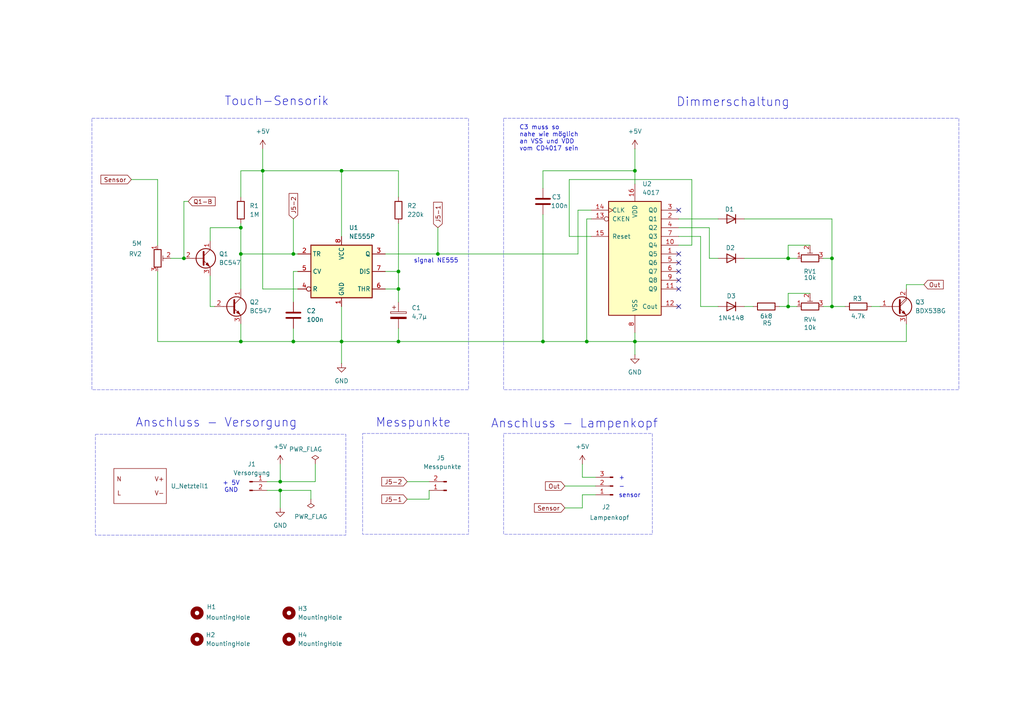
<source format=kicad_sch>
(kicad_sch (version 20250114) (generator "eeschema") (generator_version "9.0")
  (paper "A4")
  (title_block (title "HTLight") (date "2026-01-30") (rev "5.0") (company "HTL-Steyr") (comment 1 "Konstantin Schwödiauer") (comment 2 "Fabian Lenhart") (comment 3 "Thomas Zeiler") (comment 4 "Michael Wittner"))
  (lib_symbols
    (symbol "4xxx:4017" (pin_names (offset 1.016))
      (property "Reference" "U" (at -7.62 16.51 0))
      (property "Value" "4017" (at -7.62 -19.05 0))
      (symbol "4017_1_0"
        (pin input clock (at -12.7 12.7 0) (length 5.08) (name "CLK") (number "14"))
        (pin input inverted (at -12.7 10.16 0) (length 5.08) (name "CKEN") (number "13"))
        (pin input line (at -12.7 5.08 0) (length 5.08) (name "Reset") (number "15"))
        (pin power_in line (at 0 20.32 270) (length 5.08) (name "VDD") (number "16"))
        (pin power_in line (at 0 -22.86 90) (length 5.08) (name "VSS") (number "8"))
        (pin output line (at 12.7 12.7 180) (length 5.08) (name "Q0") (number "3"))
        (pin output line (at 12.7 10.16 180) (length 5.08) (name "Q1") (number "2"))
        (pin output line (at 12.7 7.62 180) (length 5.08) (name "Q2") (number "4"))
        (pin output line (at 12.7 5.08 180) (length 5.08) (name "Q3") (number "7"))
        (pin output line (at 12.7 2.54 180) (length 5.08) (name "Q4") (number "10"))
        (pin output line (at 12.7 0 180) (length 5.08) (name "Q5") (number "1"))
        (pin output line (at 12.7 -2.54 180) (length 5.08) (name "Q6") (number "5"))
        (pin output line (at 12.7 -5.08 180) (length 5.08) (name "Q7") (number "6"))
        (pin output line (at 12.7 -7.62 180) (length 5.08) (name "Q8") (number "9"))
        (pin output line (at 12.7 -10.16 180) (length 5.08) (name "Q9") (number "11"))
        (pin output line (at 12.7 -15.24 180) (length 5.08) (name "Cout") (number "12"))
      )
      (symbol "4017_1_1"
        (rectangle (start -7.62 15.24) (end 7.62 -17.78) (stroke (width 0.254)) (fill (type background)))
      )
    )
    (symbol "Connector:Conn_01x02_Pin" (pin_names (offset 1.016) (hide yes))
      (property "Reference" "J" (at 0 2.54 0))
      (property "Value" "Conn_01x02_Pin" (at 0 -5.08 0))
      (symbol "Conn_01x02_Pin_1_1"
        (rectangle (start 0.8636 0.127) (end 0 -0.127) (stroke (width 0.1524)) (fill (type outline)))
        (rectangle (start 0.8636 -2.413) (end 0 -2.667) (stroke (width 0.1524)) (fill (type outline)))
        (polyline (pts (xy 1.27 0) (xy 0.8636 0)) (stroke (width 0.1524)))
        (polyline (pts (xy 1.27 -2.54) (xy 0.8636 -2.54)) (stroke (width 0.1524)))
        (pin passive line (at 5.08 0 180) (length 3.81) (name "Pin_1") (number "1"))
        (pin passive line (at 5.08 -2.54 180) (length 3.81) (name "Pin_2") (number "2"))
      )
    )
    (symbol "Connector:Conn_01x03_Pin" (pin_names (offset 1.016) (hide yes))
      (property "Reference" "J" (at 0 5.08 0))
      (property "Value" "Conn_01x03_Pin" (at 0 -5.08 0))
      (symbol "Conn_01x03_Pin_1_1"
        (rectangle (start 0.8636 2.667) (end 0 2.413) (stroke (width 0.1524)) (fill (type outline)))
        (rectangle (start 0.8636 0.127) (end 0 -0.127) (stroke (width 0.1524)) (fill (type outline)))
        (rectangle (start 0.8636 -2.413) (end 0 -2.667) (stroke (width 0.1524)) (fill (type outline)))
        (polyline (pts (xy 1.27 2.54) (xy 0.8636 2.54)) (stroke (width 0.1524)))
        (polyline (pts (xy 1.27 0) (xy 0.8636 0)) (stroke (width 0.1524)))
        (polyline (pts (xy 1.27 -2.54) (xy 0.8636 -2.54)) (stroke (width 0.1524)))
        (pin passive line (at 5.08 2.54 180) (length 3.81) (name "Pin_1") (number "1"))
        (pin passive line (at 5.08 0 180) (length 3.81) (name "Pin_2") (number "2"))
        (pin passive line (at 5.08 -2.54 180) (length 3.81) (name "Pin_3") (number "3"))
      )
    )
    (symbol "Device:C" (pin_numbers (hide yes)) (pin_names (offset 0.254))
      (property "Reference" "C" (at 0.635 2.54 0))
      (property "Value" "C" (at 0.635 -2.54 0))
      (symbol "C_0_1"
        (polyline (pts (xy -2.032 0.762) (xy 2.032 0.762)) (stroke (width 0.508)))
        (polyline (pts (xy -2.032 -0.762) (xy 2.032 -0.762)) (stroke (width 0.508)))
      )
      (symbol "C_1_1"
        (pin passive line (at 0 3.81 270) (length 2.794) (name "~") (number "1"))
        (pin passive line (at 0 -3.81 90) (length 2.794) (name "~") (number "2"))
      )
    )
    (symbol "Device:C_Polarized" (pin_numbers (hide yes)) (pin_names (offset 0.254))
      (property "Reference" "C" (at 0.635 2.54 0))
      (property "Value" "C_Polarized" (at 0.635 -2.54 0))
      (symbol "C_Polarized_0_1"
        (rectangle (start -2.286 0.508) (end 2.286 1.016))
        (polyline (pts (xy -1.778 2.286) (xy -0.762 2.286)))
        (polyline (pts (xy -1.27 2.794) (xy -1.27 1.778)))
        (rectangle (start 2.286 -0.508) (end -2.286 -1.016) (fill (type outline)))
      )
      (symbol "C_Polarized_1_1"
        (pin passive line (at 0 3.81 270) (length 2.794) (name "~") (number "1"))
        (pin passive line (at 0 -3.81 90) (length 2.794) (name "~") (number "2"))
      )
    )
    (symbol "Device:R" (pin_numbers (hide yes)) (pin_names (offset 0))
      (property "Reference" "R" (at 2.032 0 90))
      (property "Value" "R" (at 0 0 90))
      (symbol "R_0_1"
        (rectangle (start -1.016 -2.54) (end 1.016 2.54) (stroke (width 0.254)))
      )
      (symbol "R_1_1"
        (pin passive line (at 0 3.81 270) (length 1.27) (name "~") (number "1"))
        (pin passive line (at 0 -3.81 90) (length 1.27) (name "~") (number "2"))
      )
    )
    (symbol "Device:R_Potentiometer_Trim" (pin_names (offset 1.016) (hide yes))
      (property "Reference" "RV" (at -4.445 0 90))
      (property "Value" "R_Potentiometer_Trim" (at -2.54 0 90))
      (symbol "R_Potentiometer_Trim_0_1"
        (rectangle (start 1.016 2.54) (end -1.016 -2.54) (stroke (width 0.254)))
        (polyline (pts (xy 1.524 0.762) (xy 1.524 -0.762)))
        (polyline (pts (xy 2.54 0) (xy 1.524 0)))
      )
      (symbol "R_Potentiometer_Trim_1_1"
        (pin passive line (at 0 3.81 270) (length 1.27) (name "1") (number "1"))
        (pin passive line (at 0 -3.81 90) (length 1.27) (name "3") (number "3"))
        (pin passive line (at 3.81 0 180) (length 1.27) (name "2") (number "2"))
      )
    )
    (symbol "Diode:1N4148" (pin_numbers (hide yes)) (pin_names (hide yes))
      (property "Reference" "D" (at 0 2.54 0))
      (property "Value" "1N4148" (at 0 -2.54 0))
      (symbol "1N4148_0_1"
        (polyline (pts (xy -1.27 1.27) (xy -1.27 -1.27)) (stroke (width 0.254)))
        (polyline (pts (xy 1.27 1.27) (xy 1.27 -1.27) (xy -1.27 0) (xy 1.27 1.27)) (stroke (width 0.254)))
        (polyline (pts (xy 1.27 0) (xy -1.27 0)))
      )
      (symbol "1N4148_1_1"
        (pin passive line (at -3.81 0 0) (length 2.54) (name "K") (number "1"))
        (pin passive line (at 3.81 0 180) (length 2.54) (name "A") (number "2"))
      )
    )
    (symbol "Mechanical:MountingHole" (pin_names (offset 1.016)) (in_bom no)
      (property "Reference" "H" (at 0 5.08 0))
      (property "Value" "MountingHole" (at 0 3.175 0))
      (symbol "MountingHole_0_1"
        (circle (center 0 0) (radius 1.27) (stroke (width 1.27)))
      )
    )
    (symbol "Recom_Netzteil_Symbol:Recom_Netzteil"
      (property "Reference" "U" (at 0 0 0))
      (symbol "Recom_Netzteil_0_1"
        (rectangle (start -7.62 5.08) (end 7.62 -5.08))
      )
      (symbol "Recom_Netzteil_1_1"
        (text "N\n\nL\n" (at -6.096 0 0) (effects (font (size 1.27 1.27))))
        (text "V+\n\nV-\n" (at 5.588 0 0) (effects (font (size 1.27 1.27))))
      )
    )
    (symbol "Timer:NE555P"
      (property "Reference" "U" (at -10.16 8.89 0))
      (property "Value" "NE555P" (at 2.54 8.89 0))
      (symbol "NE555P_0_0"
        (pin power_in line (at 0 10.16 270) (length 2.54) (name "VCC") (number "8"))
        (pin power_in line (at 0 -10.16 90) (length 2.54) (name "GND") (number "1"))
      )
      (symbol "NE555P_0_1"
        (rectangle (start -8.89 -7.62) (end 8.89 7.62) (stroke (width 0.254)) (fill (type background)))
        (rectangle (start -8.89 -7.62) (end 8.89 7.62) (stroke (width 0.254)) (fill (type background)))
      )
      (symbol "NE555P_1_1"
        (pin input line (at -12.7 5.08 0) (length 3.81) (name "TR") (number "2"))
        (pin input line (at -12.7 0 0) (length 3.81) (name "CV") (number "5"))
        (pin input inverted (at -12.7 -5.08 0) (length 3.81) (name "R") (number "4"))
        (pin output line (at 12.7 5.08 180) (length 3.81) (name "Q") (number "3"))
        (pin input line (at 12.7 0 180) (length 3.81) (name "DIS") (number "7"))
        (pin input line (at 12.7 -5.08 180) (length 3.81) (name "THR") (number "6"))
      )
    )
    (symbol "Transistor_BJT:BC547" (pin_names (offset 0) (hide yes))
      (property "Reference" "Q" (at 5.08 1.905 0))
      (property "Value" "BC547" (at 5.08 0 0))
      (symbol "BC547_0_1"
        (polyline (pts (xy -2.54 0) (xy 0.635 0)))
        (polyline (pts (xy 0.635 1.905) (xy 0.635 -1.905)) (stroke (width 0.508)))
        (circle (center 1.27 0) (radius 2.8194) (stroke (width 0.254)))
      )
      (symbol "BC547_1_1"
        (polyline (pts (xy 0.635 0.635) (xy 2.54 2.54)))
        (polyline (pts (xy 0.635 -0.635) (xy 2.54 -2.54)))
        (polyline (pts (xy 1.27 -1.778) (xy 1.778 -1.27) (xy 2.286 -2.286) (xy 1.27 -1.778)) (fill (type outline)))
        (pin input line (at -5.08 0 0) (length 2.54) (name "B") (number "2"))
        (pin passive line (at 2.54 5.08 270) (length 2.54) (name "C") (number "1"))
        (pin passive line (at 2.54 -5.08 90) (length 2.54) (name "E") (number "3"))
      )
    )
    (symbol "Transistor_BJT:Q_NPN_Darlington_BCE" (pin_names (offset 0) (hide yes))
      (property "Reference" "Q" (at 4.572 1.27 0))
      (property "Value" "Q_NPN_Darlington_BCE" (at 4.572 -1.27 0))
      (symbol "Q_NPN_Darlington_BCE_0_1"
        (polyline (pts (xy -2.54 0) (xy 0.635 0)))
        (polyline (pts (xy 0.635 1.905) (xy 0.635 -1.905)) (stroke (width 0.508)))
        (polyline (pts (xy 0.635 0) (xy 2.54 1.905) (xy 2.54 2.54)))
        (circle (center 1.27 0) (radius 2.8194) (stroke (width 0.254)))
      )
      (symbol "Q_NPN_Darlington_BCE_1_1"
        (polyline (pts (xy 0.635 0.635) (xy 2.54 2.54)))
        (polyline (pts (xy 0.635 -0.635) (xy 2.54 -2.54)))
        (polyline (pts (xy 1.27 -1.778) (xy 1.778 -1.27) (xy 2.286 -2.286) (xy 1.27 -1.778)) (fill (type outline)))
        (pin input line (at -5.08 0 0) (length 2.54) (name "B") (number "1"))
        (pin passive line (at 2.54 5.08 270) (length 2.54) (name "C") (number "2"))
        (pin passive line (at 2.54 -5.08 90) (length 2.54) (name "E") (number "3"))
      )
    )
    (symbol "power:+5V" (power) (pin_numbers (hide yes)) (pin_names (offset 0) (hide yes))
      (property "Value" "+5V" (at 0 3.556 0))
      (symbol "+5V_0_1"
        (polyline (pts (xy -0.762 1.27) (xy 0 2.54)))
        (polyline (pts (xy 0 2.54) (xy 0.762 1.27)))
        (polyline (pts (xy 0 0) (xy 0 2.54)))
      )
      (symbol "+5V_1_1"
        (pin power_in line (at 0 0 90) (length 0) (name "~") (number "1"))
      )
    )
    (symbol "power:GND" (power) (pin_numbers (hide yes)) (pin_names (offset 0) (hide yes))
      (property "Value" "GND" (at 0 -3.81 0))
      (symbol "GND_0_1"
        (polyline (pts (xy 0 0) (xy 0 -1.27) (xy 1.27 -1.27) (xy 0 -2.54) (xy -1.27 -1.27) (xy 0 -1.27)))
      )
      (symbol "GND_1_1"
        (pin power_in line (at 0 0 270) (length 0) (name "~") (number "1"))
      )
    )
    (symbol "power:PWR_FLAG" (power) (pin_numbers (hide yes)) (pin_names (offset 0) (hide yes))
      (property "Value" "PWR_FLAG" (at 0 3.81 0))
      (symbol "PWR_FLAG_0_0"
        (pin power_out line (at 0 0 90) (length 0) (name "~") (number "1"))
      )
      (symbol "PWR_FLAG_0_1"
        (polyline (pts (xy 0 0) (xy 0 1.27) (xy -1.016 1.905) (xy 0 2.54) (xy 1.016 1.905) (xy 0 1.27)))
      )
    )
  )
  (rectangle (start 146.05 34.29) (end 278.13 113.03) (stroke (width 0.0508) (type dash)))
  (rectangle (start 146.05 125.73) (end 189.23 154.94) (stroke (width 0.0508) (type dash)))
  (rectangle (start 26.67 34.29) (end 135.89 113.03) (stroke (width 0.0508) (type dash)))
  (rectangle (start 105.156 125.73) (end 135.89 154.94) (stroke (width 0.0508) (type dash)))
  (rectangle (start 27.686 125.984) (end 100.33 155.194) (stroke (width 0.0508) (type dash)))
  (text "sensor" (at 182.626 143.764 0) (effects (font (size 1.27 1.27))))
  (text "Dimmerschaltung" (at 212.598 29.718 0) (effects (font (size 2.54 2.54))))
  (text "Anschluss - Lampenkopf" (at 166.624 122.936 0) (effects (font (size 2.54 2.54))))
  (text "signal NE555" (at 126.492 75.692 0) (effects (font (size 1.27 1.27))))
  (text "+ 5V\nGND" (at 67.056 141.224 0) (effects (font (size 1.27 1.27))))
  (text "Anschluss - Versorgung" (at 62.738 122.682 0) (effects (font (size 2.54 2.54))))
  (text "-" (at 180.34 141.224 0) (effects (font (size 1.27 1.27))))
  (text "+" (at 180.34 138.684 0) (effects (font (size 1.27 1.27))))
  (text "Messpunkte" (at 119.888 122.682 0) (effects (font (size 2.54 2.54))))
  (text "C3 muss so \nnahe wie möglich \nan VSS und VDD \nvom CD4017 sein" (at 150.622 40.132 0) (effects (font (size 1.27 1.27)) (justify left)))
  (text "Touch-Sensorik" (at 80.264 29.464 0) (effects (font (size 2.54 2.54))))
  (junction (at 69.85 73.66))
  (junction (at 76.2 49.53))
  (junction (at 85.09 99.06))
  (junction (at 115.57 83.82))
  (junction (at 99.06 49.53))
  (junction (at 115.57 78.74))
  (junction (at 228.6 88.9))
  (junction (at 184.15 49.53))
  (junction (at 115.57 99.06))
  (junction (at 69.85 99.06))
  (junction (at 85.09 73.66))
  (junction (at 157.48 99.06))
  (junction (at 241.3 88.9))
  (junction (at 81.28 139.7))
  (junction (at 184.15 99.06))
  (junction (at 81.28 142.24))
  (junction (at 241.3 74.93))
  (junction (at 170.18 99.06))
  (junction (at 127 73.66))
  (junction (at 99.06 99.06))
  (junction (at 228.6 74.93))
  (junction (at 53.34 74.93))
  (junction (at 69.85 66.04))
  (no_connect (at 196.85 73.66))
  (no_connect (at 196.85 88.9))
  (no_connect (at 196.85 76.2))
  (no_connect (at 196.85 60.96))
  (no_connect (at 196.85 81.28))
  (no_connect (at 196.85 83.82))
  (no_connect (at 196.85 78.74))
  (wire (pts (xy 60.96 88.9) (xy 62.23 88.9)))
  (wire (pts (xy 45.72 99.06) (xy 69.85 99.06)))
  (wire (pts (xy 81.28 134.62) (xy 81.28 139.7)))
  (wire (pts (xy 170.18 63.5) (xy 170.18 99.06)))
  (wire (pts (xy 49.53 74.93) (xy 53.34 74.93)))
  (wire (pts (xy 184.15 96.52) (xy 184.15 99.06)))
  (wire (pts (xy 118.11 144.78) (xy 124.46 144.78)))
  (wire (pts (xy 85.09 63.5) (xy 85.09 73.66)))
  (wire (pts (xy 60.96 80.01) (xy 60.96 88.9)))
  (wire (pts (xy 241.3 88.9) (xy 245.11 88.9)))
  (wire (pts (xy 165.1 68.58) (xy 165.1 52.07)))
  (wire (pts (xy 45.72 78.74) (xy 45.72 99.06)))
  (wire (pts (xy 115.57 49.53) (xy 99.06 49.53)))
  (wire (pts (xy 168.91 143.51) (xy 172.72 143.51)))
  (wire (pts (xy 228.6 71.12) (xy 228.6 74.93)))
  (wire (pts (xy 60.96 69.85) (xy 60.96 66.04)))
  (wire (pts (xy 215.9 74.93) (xy 228.6 74.93)))
  (wire (pts (xy 69.85 64.77) (xy 69.85 66.04)))
  (wire (pts (xy 238.76 88.9) (xy 241.3 88.9)))
  (wire (pts (xy 157.48 99.06) (xy 170.18 99.06)))
  (wire (pts (xy 165.1 52.07) (xy 200.66 52.07)))
  (wire (pts (xy 203.2 68.58) (xy 196.85 68.58)))
  (wire (pts (xy 99.06 99.06) (xy 99.06 105.41)))
  (wire (pts (xy 203.2 88.9) (xy 203.2 68.58)))
  (wire (pts (xy 81.28 142.24) (xy 77.47 142.24)))
  (wire (pts (xy 90.17 144.78) (xy 90.17 142.24)))
  (wire (pts (xy 157.48 49.53) (xy 157.48 54.61)))
  (wire (pts (xy 81.28 142.24) (xy 81.28 147.32)))
  (wire (pts (xy 76.2 49.53) (xy 99.06 49.53)))
  (wire (pts (xy 99.06 49.53) (xy 99.06 68.58)))
  (wire (pts (xy 81.28 139.7) (xy 77.47 139.7)))
  (wire (pts (xy 200.66 71.12) (xy 196.85 71.12)))
  (wire (pts (xy 168.91 134.62) (xy 168.91 138.43)))
  (wire (pts (xy 171.45 68.58) (xy 165.1 68.58)))
  (wire (pts (xy 118.11 139.7) (xy 124.46 139.7)))
  (wire (pts (xy 91.44 134.62) (xy 91.44 139.7)))
  (wire (pts (xy 203.2 88.9) (xy 208.28 88.9)))
  (wire (pts (xy 228.6 88.9) (xy 231.14 88.9)))
  (wire (pts (xy 170.18 99.06) (xy 184.15 99.06)))
  (wire (pts (xy 196.85 63.5) (xy 208.28 63.5)))
  (wire (pts (xy 215.9 63.5) (xy 241.3 63.5)))
  (wire (pts (xy 228.6 88.9) (xy 228.6 85.09)))
  (wire (pts (xy 252.73 88.9) (xy 255.27 88.9)))
  (wire (pts (xy 205.74 74.93) (xy 208.28 74.93)))
  (wire (pts (xy 69.85 73.66) (xy 85.09 73.66)))
  (wire (pts (xy 228.6 85.09) (xy 234.95 85.09)))
  (wire (pts (xy 228.6 74.93) (xy 231.14 74.93)))
  (wire (pts (xy 168.91 138.43) (xy 172.72 138.43)))
  (wire (pts (xy 262.89 82.55) (xy 267.97 82.55)))
  (wire (pts (xy 81.28 142.24) (xy 90.17 142.24)))
  (wire (pts (xy 184.15 99.06) (xy 262.89 99.06)))
  (wire (pts (xy 168.91 143.51) (xy 168.91 147.32)))
  (wire (pts (xy 54.61 58.42) (xy 53.34 58.42)))
  (wire (pts (xy 226.06 88.9) (xy 228.6 88.9)))
  (wire (pts (xy 167.64 73.66) (xy 167.64 60.96)))
  (wire (pts (xy 115.57 99.06) (xy 157.48 99.06)))
  (wire (pts (xy 69.85 73.66) (xy 69.85 83.82)))
  (wire (pts (xy 205.74 66.04) (xy 196.85 66.04)))
  (wire (pts (xy 157.48 62.23) (xy 157.48 99.06)))
  (wire (pts (xy 69.85 49.53) (xy 76.2 49.53)))
  (wire (pts (xy 60.96 66.04) (xy 69.85 66.04)))
  (wire (pts (xy 115.57 83.82) (xy 115.57 78.74)))
  (wire (pts (xy 184.15 43.18) (xy 184.15 49.53)))
  (wire (pts (xy 111.76 83.82) (xy 115.57 83.82)))
  (wire (pts (xy 205.74 74.93) (xy 205.74 66.04)))
  (wire (pts (xy 200.66 52.07) (xy 200.66 71.12)))
  (wire (pts (xy 124.46 142.24) (xy 124.46 144.78)))
  (wire (pts (xy 163.83 140.97) (xy 172.72 140.97)))
  (wire (pts (xy 157.48 49.53) (xy 184.15 49.53)))
  (wire (pts (xy 85.09 95.25) (xy 85.09 99.06)))
  (wire (pts (xy 85.09 87.63) (xy 85.09 78.74)))
  (wire (pts (xy 76.2 43.18) (xy 76.2 49.53)))
  (wire (pts (xy 69.85 49.53) (xy 69.85 57.15)))
  (wire (pts (xy 127 66.04) (xy 127 73.66)))
  (wire (pts (xy 53.34 58.42) (xy 53.34 74.93)))
  (wire (pts (xy 115.57 83.82) (xy 115.57 87.63)))
  (wire (pts (xy 85.09 73.66) (xy 86.36 73.66)))
  (wire (pts (xy 171.45 60.96) (xy 167.64 60.96)))
  (wire (pts (xy 111.76 78.74) (xy 115.57 78.74)))
  (wire (pts (xy 262.89 93.98) (xy 262.89 99.06)))
  (wire (pts (xy 69.85 99.06) (xy 85.09 99.06)))
  (wire (pts (xy 69.85 66.04) (xy 69.85 73.66)))
  (wire (pts (xy 262.89 82.55) (xy 262.89 83.82)))
  (wire (pts (xy 91.44 139.7) (xy 81.28 139.7)))
  (wire (pts (xy 234.95 71.12) (xy 228.6 71.12)))
  (wire (pts (xy 86.36 83.82) (xy 76.2 83.82)))
  (wire (pts (xy 184.15 99.06) (xy 184.15 102.87)))
  (wire (pts (xy 127 73.66) (xy 167.64 73.66)))
  (wire (pts (xy 99.06 99.06) (xy 115.57 99.06)))
  (wire (pts (xy 76.2 83.82) (xy 76.2 49.53)))
  (wire (pts (xy 111.76 73.66) (xy 127 73.66)))
  (wire (pts (xy 99.06 88.9) (xy 99.06 99.06)))
  (wire (pts (xy 218.44 88.9) (xy 215.9 88.9)))
  (wire (pts (xy 238.76 74.93) (xy 241.3 74.93)))
  (wire (pts (xy 184.15 49.53) (xy 184.15 53.34)))
  (wire (pts (xy 170.18 63.5) (xy 171.45 63.5)))
  (wire (pts (xy 163.83 147.32) (xy 168.91 147.32)))
  (wire (pts (xy 115.57 57.15) (xy 115.57 49.53)))
  (wire (pts (xy 85.09 78.74) (xy 86.36 78.74)))
  (wire (pts (xy 115.57 95.25) (xy 115.57 99.06)))
  (wire (pts (xy 69.85 93.98) (xy 69.85 99.06)))
  (wire (pts (xy 241.3 74.93) (xy 241.3 88.9)))
  (wire (pts (xy 45.72 52.07) (xy 45.72 71.12)))
  (wire (pts (xy 99.06 99.06) (xy 85.09 99.06)))
  (wire (pts (xy 241.3 63.5) (xy 241.3 74.93)))
  (wire (pts (xy 115.57 78.74) (xy 115.57 64.77)))
  (wire (pts (xy 38.1 52.07) (xy 45.72 52.07)))
  (global_label "J5-1" (shape input) (at 118.11 144.78 180) (property "Intersheetrefs" "${INTERSHEET_REFS}" (effects (hide yes))))
  (global_label "Sensor" (shape input) (at 38.1 52.07 180) (property "Intersheetrefs" "${INTERSHEET_REFS}" (effects (hide yes))))
  (global_label "J5-2" (shape input) (at 85.09 63.5 90) (property "Intersheetrefs" "${INTERSHEET_REFS}" (effects (hide yes))))
  (global_label "Out" (shape input) (at 267.97 82.55 0) (property "Intersheetrefs" "${INTERSHEET_REFS}" (effects (hide yes))))
  (global_label "J5-1" (shape input) (at 127 66.04 90) (property "Intersheetrefs" "${INTERSHEET_REFS}" (effects (hide yes))))
  (global_label "Out" (shape input) (at 163.83 140.97 180) (property "Intersheetrefs" "${INTERSHEET_REFS}" (effects (hide yes))))
  (global_label "Q1-B" (shape input) (at 54.61 58.42 0) (property "Intersheetrefs" "${INTERSHEET_REFS}" (effects (hide yes))))
  (global_label "Sensor" (shape input) (at 163.83 147.32 180) (property "Intersheetrefs" "${INTERSHEET_REFS}" (effects (hide yes))))
  (global_label "J5-2" (shape input) (at 118.11 139.7 180) (property "Intersheetrefs" "${INTERSHEET_REFS}" (effects (hide yes))))
  (symbol (lib_id "Device:R_Potentiometer_Trim") (at 234.95 88.9 90) (unit 1)
    (property "Reference" "RV4" (at 234.95 92.71 90))
    (property "Value" "10k" (at 234.95 94.996 90))
    (property "Footprint" "Potentiometer_THT:Potentiometer_ACP_CA9-V10_Vertical" (effects (hide yes)))
    (property "Datasheet" "https://docs.rs-online.com/698e/0900766b8069ccf9.pdf" (effects (hide yes)))
    (property "Description" "Trim-potentiometer" (effects (hide yes)))
    (property "Bestellnummer" "430862-UP" (effects (hide yes)))
    (property "Lieferant " "Conrad" (effects (hide yes)))
    (property "Preis/Stück [€]" "0,33" (effects (hide yes)))
    (property "Stück" "30" (effects (hide yes)))
    (property "URL" "https://www.conrad.at/de/p/piher-pt10lv10-103a2020-pm-s-pt10lv10-103a2020-pm-s-trimmer-linear-0-15-w-10-k-220-240-1-st-430862.html?searchType=SearchRedirect" (effects (hide yes)))
  )
  (symbol (lib_id "power:PWR_FLAG") (at 90.17 144.78 180) (unit 1)
    (property "Reference" "#FLG03" (effects (hide yes)))
    (property "Value" "PWR_FLAG" (at 90.17 149.86 0))
    (property "Description" "Special symbol for telling ERC where power comes from" (effects (hide yes)))
  )
  (symbol (lib_id "Transistor_BJT:BC547") (at 58.42 74.93 0) (unit 1)
    (property "Reference" "Q1" (at 63.5 73.6599 0) (effects (justify left)))
    (property "Value" "BC547" (at 63.5 76.1999 0) (effects (justify left)))
    (property "Footprint" "Package_TO_SOT_THT:TO-92L_HandSolder" (effects (hide yes)))
    (property "Datasheet" "https://docs.rs-online.com/89a1/0900766b810d4e3d.pdf" (effects (hide yes)))
    (property "Description" "0.1A Ic, 45V Vce, Small Signal NPN Transistor, TO-92" (effects (hide yes)))
    (property "Bestellnummer" "    761-9822" (effects (hide yes)))
    (property "Lieferant " "RS-Components" (effects (hide yes)))
    (property "Preis/Stück [€]" "0,099" (effects (hide yes)))
    (property "Stück" "100" (effects (hide yes)))
    (property "URL" "https://at.rs-online.com/web/p/bipolare-transistoren/7619822" (effects (hide yes)))
  )
  (symbol (lib_id "Diode:1N4148") (at 212.09 63.5 0) (mirror y) (unit 1)
    (property "Reference" "D1" (at 211.582 60.706 0))
    (property "Value" "1N4148" (effects (hide yes)))
    (property "Footprint" "Diode_THT:D_DO-35_SOD27_P7.62mm_Horizontal" (effects (hide yes)))
    (property "Datasheet" "https://assets.nexperia.com/documents/data-sheet/1N4148_1N4448.pdf" (effects (hide yes)))
    (property "Description" "100V 0.15A standard switching diode, DO-35" (effects (hide yes)))
    (property "Sim.Device" "D" (effects (hide yes)))
    (property "Sim.Pins" "1=K 2=A" (effects (hide yes)))
    (property "Bestellnummer" "186-7622P" (effects (hide yes)))
    (property "Lieferant " "RS-Components" (effects (hide yes)))
    (property "Preis/Stück [€]" "0,026" (effects (hide yes)))
    (property "Stück" "500" (effects (hide yes)))
    (property "URL" "https://at.rs-online.com/web/p/schottky-dioden-und-gleichrichter/1867622P?searchId=5b0caa26-f946-4f84-a46e-2c3bc815f60d" (effects (hide yes)))
  )
  (symbol (lib_id "power:PWR_FLAG") (at 91.44 134.62 0) (unit 1)
    (property "Reference" "#FLG04" (effects (hide yes)))
    (property "Value" "PWR_FLAG" (at 88.646 130.302 0))
    (property "Description" "Special symbol for telling ERC where power comes from" (effects (hide yes)))
  )
  (symbol (lib_id "Mechanical:MountingHole") (at 57.15 185.42 0) (unit 1) (in_bom no)
    (property "Reference" "H2" (at 59.69 184.1499 0) (effects (justify left)))
    (property "Value" "MountingHole" (at 59.69 186.6899 0) (effects (justify left)))
    (property "Footprint" "MountingHole:MountingHole_3.2mm_M3" (effects (hide yes)))
    (property "Description" "Mounting Hole without connection" (effects (hide yes)))
    (property "Bestellnummer" "-" (effects (hide yes)))
    (property "Lieferant " "-" (effects (hide yes)))
    (property "Preis/Stück [€]" "-" (effects (hide yes)))
    (property "Stück" "-" (effects (hide yes)))
    (property "URL" "-" (effects (hide yes)))
  )
  (symbol (lib_id "Device:R") (at 248.92 88.9 270) (unit 1)
    (property "Reference" "R3" (at 248.666 86.614 90))
    (property "Value" "4,7k" (at 248.92 91.694 90))
    (property "Footprint" "Resistor_THT:R_Axial_DIN0207_L6.3mm_D2.5mm_P10.16mm_Horizontal" (effects (hide yes)))
    (property "Description" "Resistor" (effects (hide yes)))
    (property "Bestellnummer" "-" (effects (hide yes)))
    (property "Lieferant " "HTL" (effects (hide yes)))
    (property "Preis/Stück [€]" "-" (effects (hide yes)))
    (property "Stück" "-" (effects (hide yes)))
    (property "URL" "-" (effects (hide yes)))
  )
  (symbol (lib_id "Device:R") (at 115.57 60.96 0) (unit 1)
    (property "Reference" "R2" (at 118.11 59.6899 0) (effects (justify left)))
    (property "Value" "220k" (at 118.11 62.2299 0) (effects (justify left)))
    (property "Footprint" "Resistor_THT:R_Axial_DIN0207_L6.3mm_D2.5mm_P10.16mm_Horizontal" (effects (hide yes)))
    (property "Description" "Resistor" (effects (hide yes)))
    (property "Bestellnummer" "-" (effects (hide yes)))
    (property "Lieferant " "HTL" (effects (hide yes)))
    (property "Preis/Stück [€]" "-" (effects (hide yes)))
    (property "Stück" "-" (effects (hide yes)))
    (property "URL" "-" (effects (hide yes)))
  )
  (symbol (lib_id "Connector:Conn_01x02_Pin") (at 72.39 139.7 0) (unit 1)
    (property "Reference" "J1" (at 73.025 134.62 0))
    (property "Value" "Versorgung" (at 73.025 137.16 0))
    (property "Footprint" "TerminalBlock_Phoenix:TerminalBlock_Phoenix_MKDS-1,5-2_1x02_P5.00mm_Horizontal" (effects (hide yes)))
    (property "Description" "Generic connector, single row, 01x02, script generated" (effects (hide yes)))
    (property "Bestellnummer" "731091 - 62" (effects (hide yes)))
    (property "Lieferant " "Conrad" (effects (hide yes)))
    (property "Preis/Stück [€]" "0,284" (effects (hide yes)))
    (property "Stück" "30" (effects (hide yes)))
    (property "URL" "https://www.conrad.at/de/p/degson-dg301-5-0-02p-12-schraubklemmblock-1-50-mm-polzahl-2-blau-1-st-731091.html" (effects (hide yes)))
  )
  (symbol (lib_id "Device:R") (at 69.85 60.96 0) (unit 1)
    (property "Reference" "R1" (at 72.39 59.6899 0) (effects (justify left)))
    (property "Value" "1M" (at 72.39 62.2299 0) (effects (justify left)))
    (property "Footprint" "Resistor_THT:R_Axial_DIN0207_L6.3mm_D2.5mm_P10.16mm_Horizontal" (effects (hide yes)))
    (property "Description" "Resistor" (effects (hide yes)))
    (property "Bestellnummer" "-" (effects (hide yes)))
    (property "Lieferant " "HTL" (effects (hide yes)))
    (property "Preis/Stück [€]" "-" (effects (hide yes)))
    (property "Stück" "-" (effects (hide yes)))
    (property "URL" "-" (effects (hide yes)))
  )
  (symbol (lib_id "Connector:Conn_01x03_Pin") (at 177.8 140.97 180) (unit 1)
    (property "Reference" "J2" (at 175.768 147.066 0))
    (property "Value" "Lampenkopf" (at 176.784 150.114 0))
    (property "Footprint" "TerminalBlock_Phoenix:TerminalBlock_Phoenix_MKDS-1,5-3_1x03_P5.00mm_Horizontal" (effects (hide yes)))
    (property "Description" "Generic connector, single row, 01x03, script generated" (effects (hide yes)))
    (property "Bestellnummer" "730196 - 62" (effects (hide yes)))
    (property "Lieferant " "Conrad" (effects (hide yes)))
    (property "Preis/Stück [€]" "0,41" (effects (hide yes)))
    (property "Stück" "30" (effects (hide yes)))
    (property "URL" "https://www.conrad.at/de/p/degson-dg301-5-0-03p-12-schraubklemmblock-1-50-mm-polzahl-3-blau-1-st-730196.html" (effects (hide yes)))
  )
  (symbol (lib_id "Mechanical:MountingHole") (at 83.82 185.42 0) (unit 1) (in_bom no)
    (property "Reference" "H4" (at 86.36 184.1499 0) (effects (justify left)))
    (property "Value" "MountingHole" (at 86.36 186.6899 0) (effects (justify left)))
    (property "Footprint" "MountingHole:MountingHole_3.2mm_M3" (effects (hide yes)))
    (property "Description" "Mounting Hole without connection" (effects (hide yes)))
    (property "Bestellnummer" "-" (effects (hide yes)))
    (property "Lieferant " "-" (effects (hide yes)))
    (property "Preis/Stück [€]" "-" (effects (hide yes)))
    (property "Stück" "-" (effects (hide yes)))
    (property "URL" "-" (effects (hide yes)))
  )
  (symbol (lib_id "Mechanical:MountingHole") (at 83.82 177.8 0) (unit 1) (in_bom no)
    (property "Reference" "H3" (at 86.36 176.5299 0) (effects (justify left)))
    (property "Value" "MountingHole" (at 86.36 179.0699 0) (effects (justify left)))
    (property "Footprint" "MountingHole:MountingHole_3.2mm_M3" (effects (hide yes)))
    (property "Description" "Mounting Hole without connection" (effects (hide yes)))
    (property "Bestellnummer" "-" (effects (hide yes)))
    (property "Lieferant " "-" (effects (hide yes)))
    (property "Preis/Stück [€]" "-" (effects (hide yes)))
    (property "Stück" "-" (effects (hide yes)))
    (property "URL" "-" (effects (hide yes)))
  )
  (symbol (lib_id "Device:R_Potentiometer_Trim") (at 45.72 74.93 0) (unit 1)
    (property "Reference" "RV2" (at 41.148 73.66 0) (effects (justify right)))
    (property "Value" "5M" (at 41.148 70.612 0) (effects (justify right)))
    (property "Footprint" "Potentiometer_THT:Potentiometer_ACP_CA9-V10_Vertical" (effects (hide yes)))
    (property "Description" "Trim-potentiometer" (effects (hide yes)))
    (property "Bestellnummer" "430935-UP" (effects (hide yes)))
    (property "Lieferant " "Conrad" (effects (hide yes)))
    (property "Preis/Stück [€]" "0,33" (effects (hide yes)))
    (property "Stück" "30" (effects (hide yes)))
    (property "URL" "https://www.conrad.at/de/p/piher-pt10lv10-505a2020-pm-s-pt10lv10-505a2020-pm-s-trimmer-linear-0-15-w-5-m-220-240-1-st-430935.html?searchType=SearchRedirect" (effects (hide yes)))
  )
  (symbol (lib_id "Mechanical:MountingHole") (at 57.15 177.8 0) (unit 1) (in_bom no)
    (property "Reference" "H1" (at 59.944 176.022 0) (effects (justify left)))
    (property "Value" "MountingHole" (at 59.69 179.0699 0) (effects (justify left)))
    (property "Footprint" "MountingHole:MountingHole_3.2mm_M3" (effects (hide yes)))
    (property "Description" "Mounting Hole without connection" (effects (hide yes)))
    (property "Bestellnummer" "-" (effects (hide yes)))
    (property "Lieferant " "-" (effects (hide yes)))
    (property "Preis/Stück [€]" "-" (effects (hide yes)))
    (property "Stück" "-" (effects (hide yes)))
    (property "URL" "-" (effects (hide yes)))
  )
  (symbol (lib_id "Device:C") (at 85.09 91.44 0) (unit 1)
    (property "Reference" "C2" (at 88.9 90.1699 0) (effects (justify left)))
    (property "Value" "100n" (at 88.9 92.7099 0) (effects (justify left)))
    (property "Footprint" "Capacitor_THT:CP_Radial_Tantal_D4.5mm_P5.00mm" (effects (hide yes)))
    (property "Datasheet" "https://docs.rs-online.com/b38b/0900766b813ec207.pdf" (effects (hide yes)))
    (property "Description" "Unpolarized capacitor" (effects (hide yes)))
    (property "Bestellnummer" "736-8839P" (effects (hide yes)))
    (property "Lieferant " "RS-Components" (effects (hide yes)))
    (property "Preis/Stück [€]" "0,166" (effects (hide yes)))
    (property "Stück" "250" (effects (hide yes)))
    (property "URL" "https://at.rs-online.com/web/p/keramik-vielschichtkondensatoren/7368839P?searchId=6fb7afe0-a126-41e9-85c3-3c76341f54ae" (effects (hide yes)))
  )
  (symbol (lib_id "Device:R_Potentiometer_Trim") (at 234.95 74.93 90) (unit 1)
    (property "Reference" "RV1" (at 234.95 78.74 90))
    (property "Value" "10k" (at 234.95 80.518 90))
    (property "Footprint" "Potentiometer_THT:Potentiometer_ACP_CA9-V10_Vertical" (effects (hide yes)))
    (property "Datasheet" "https://docs.rs-online.com/698e/0900766b8069ccf9.pdf" (effects (hide yes)))
    (property "Description" "Trim-potentiometer" (effects (hide yes)))
    (property "Bestellnummer" "430862-UP" (effects (hide yes)))
    (property "Lieferant " "Conrad" (effects (hide yes)))
    (property "Preis/Stück [€]" "0,33" (effects (hide yes)))
    (property "Stück" "30" (effects (hide yes)))
    (property "URL" "https://www.conrad.at/de/p/piher-pt10lv10-103a2020-pm-s-pt10lv10-103a2020-pm-s-trimmer-linear-0-15-w-10-k-220-240-1-st-430862.html?searchType=SearchRedirect" (effects (hide yes)))
  )
  (symbol (lib_id "Connector:Conn_01x02_Pin") (at 129.54 142.24 180) (unit 1)
    (property "Reference" "J5" (at 129.032 132.842 0) (effects (justify left)))
    (property "Value" "Messpunkte" (at 133.858 135.382 0) (effects (justify left)))
    (property "Footprint" "Connector_PinHeader_2.54mm:PinHeader_1x02_P2.54mm_Vertical" (effects (hide yes)))
    (property "Description" "Generic connector, single row, 01x02, script generated" (effects (hide yes)))
    (property "Bestellnummer" "-" (effects (hide yes)))
    (property "Lieferant " "HTL" (effects (hide yes)))
    (property "Preis/Stück [€]" "-" (effects (hide yes)))
    (property "Stück" "-" (effects (hide yes)))
    (property "URL" "-" (effects (hide yes)))
  )
  (symbol (lib_id "Transistor_BJT:BC547") (at 67.31 88.9 0) (unit 1)
    (property "Reference" "Q2" (at 72.39 87.6299 0) (effects (justify left)))
    (property "Value" "BC547" (at 72.39 90.1699 0) (effects (justify left)))
    (property "Footprint" "Package_TO_SOT_THT:TO-92L_HandSolder" (effects (hide yes)))
    (property "Datasheet" "https://docs.rs-online.com/89a1/0900766b810d4e3d.pdf" (effects (hide yes)))
    (property "Description" "0.1A Ic, 45V Vce, Small Signal NPN Transistor, TO-92" (effects (hide yes)))
    (property "Bestellnummer" "    761-9822" (effects (hide yes)))
    (property "Lieferant " "RS-Components" (effects (hide yes)))
    (property "Preis/Stück [€]" "0,099" (effects (hide yes)))
    (property "Stück" "100" (effects (hide yes)))
    (property "URL" "https://at.rs-online.com/web/p/bipolare-transistoren/7619822" (effects (hide yes)))
  )
  (symbol (lib_id "power:GND") (at 184.15 102.87 0) (mirror y) (unit 1)
    (property "Reference" "#PWR05" (effects (hide yes)))
    (property "Value" "GND" (at 184.15 107.95 0))
    (property "Description" "Power symbol creates a global label with name \"GND\" , ground" (effects (hide yes)))
  )
  (symbol (lib_id "Recom_Netzteil_Symbol:Recom_Netzteil") (at 40.64 140.97 0) (unit 1)
    (property "Reference" "U_Netzteil1" (at 49.53 140.9699 0) (effects (justify left)))
    (property "Value" "Recom Netzteil" (effects (hide yes)))
    (property "Footprint" "Libary:Recom_Netzteil_Footprint" (effects (hide yes)))
    (property "Bestellnummer" "-" (effects (hide yes)))
    (property "Lieferant " "HTL" (effects (hide yes)))
    (property "Preis/Stück [€]" "-" (effects (hide yes)))
    (property "Stück" "-" (effects (hide yes)))
    (property "URL" "-" (effects (hide yes)))
  )
  (symbol (lib_id "Device:C") (at 157.48 58.42 0) (unit 1)
    (property "Reference" "C3" (at 160.02 57.15 0) (effects (justify left)))
    (property "Value" "100n" (at 159.766 59.69 0) (effects (justify left)))
    (property "Footprint" "Capacitor_THT:CP_Radial_Tantal_D4.5mm_P5.00mm" (effects (hide yes)))
    (property "Datasheet" "https://docs.rs-online.com/b38b/0900766b813ec207.pdf" (effects (hide yes)))
    (property "Description" "Unpolarized capacitor" (effects (hide yes)))
    (property "Bestellnummer" "736-8839P" (effects (hide yes)))
    (property "Lieferant " "RS-Components" (effects (hide yes)))
    (property "Preis/Stück [€]" "0,166" (effects (hide yes)))
    (property "Stück" "250" (effects (hide yes)))
    (property "URL" "https://at.rs-online.com/web/p/keramik-vielschichtkondensatoren/7368839P?searchId=6fb7afe0-a126-41e9-85c3-3c76341f54ae" (effects (hide yes)))
  )
  (symbol (lib_id "Device:C_Polarized") (at 115.57 91.44 0) (unit 1)
    (property "Reference" "C1" (at 119.38 89.2809 0) (effects (justify left)))
    (property "Value" "4,7µ" (at 119.38 91.8209 0) (effects (justify left)))
    (property "Footprint" "Capacitor_THT:CP_Radial_D4.0mm_P2.00mm" (effects (hide yes)))
    (property "Datasheet" "https://docs.rs-online.com/823f/0900766b800bd184.pdf" (effects (hide yes)))
    (property "Description" "Polarized capacitor" (effects (hide yes)))
    (property "Bestellnummer" "414-9171P" (effects (hide yes)))
    (property "Lieferant " "RS-Components" (effects (hide yes)))
    (property "Preis/Stück [€]" "0,09" (effects (hide yes)))
    (property "Stück" "100" (effects (hide yes)))
    (property "URL" "https://at.rs-online.com/web/p/aluminium-elektrolytkondensatoren/4149171P?searchId=8b4d72ba-d89b-419d-9372-43a4bb1350b0" (effects (hide yes)))
  )
  (symbol (lib_id "Timer:NE555P") (at 99.06 78.74 0) (unit 1)
    (property "Reference" "U1" (at 101.2033 66.04 0) (effects (justify left)))
    (property "Value" "NE555P" (at 101.2033 68.58 0) (effects (justify left)))
    (property "Footprint" "Package_DIP:DIP-8_W7.62mm" (effects (hide yes)))
    (property "Datasheet" "http://www.ti.com/lit/ds/symlink/ne555.pdf" (effects (hide yes)))
    (property "Description" "Precision Timers, 555 compatible,  PDIP-8" (effects (hide yes)))
    (property "Bestellnummer" "436-3046" (effects (hide yes)))
    (property "Lieferant " "RS-Components" (effects (hide yes)))
    (property "Preis/Stück [€]" "1,15" (effects (hide yes)))
    (property "Stück" "30" (effects (hide yes)))
    (property "URL" "https://at.rs-online.com/web/p/operationsverstarker/4363046?gb=a" (effects (hide yes)))
  )
  (symbol (lib_id "power:+5V") (at 184.15 43.18 0) (unit 1)
    (property "Reference" "#PWR02" (effects (hide yes)))
    (property "Value" "+5V" (at 184.15 38.1 0))
    (property "Description" "Power symbol creates a global label with name \"+5V\"" (effects (hide yes)))
  )
  (symbol (lib_id "power:GND") (at 99.06 105.41 0) (mirror y) (unit 1)
    (property "Reference" "#PWR01" (effects (hide yes)))
    (property "Value" "GND" (at 99.06 110.49 0))
    (property "Description" "Power symbol creates a global label with name \"GND\" , ground" (effects (hide yes)))
  )
  (symbol (lib_id "power:+5V") (at 168.91 134.62 0) (unit 1)
    (property "Reference" "#PWR04" (effects (hide yes)))
    (property "Value" "+5V" (at 168.91 129.54 0))
    (property "Description" "Power symbol creates a global label with name \"+5V\"" (effects (hide yes)))
  )
  (symbol (lib_id "power:+5V") (at 76.2 43.18 0) (unit 1)
    (property "Reference" "#PWR03" (effects (hide yes)))
    (property "Value" "+5V" (at 76.2 38.1 0))
    (property "Description" "Power symbol creates a global label with name \"+5V\"" (effects (hide yes)))
  )
  (symbol (lib_id "Device:R") (at 222.25 88.9 90) (unit 1)
    (property "Reference" "R5" (at 222.504 93.726 90))
    (property "Value" "6k8" (at 222.25 91.694 90))
    (property "Footprint" "Resistor_THT:R_Axial_DIN0207_L6.3mm_D2.5mm_P10.16mm_Horizontal" (effects (hide yes)))
    (property "Description" "Resistor" (effects (hide yes)))
    (property "Bestellnummer" "-" (effects (hide yes)))
    (property "Lieferant " "HTL" (effects (hide yes)))
    (property "Preis/Stück [€]" "-" (effects (hide yes)))
    (property "Stück" "-" (effects (hide yes)))
    (property "URL" "-" (effects (hide yes)))
  )
  (symbol (lib_id "Diode:1N4148") (at 212.09 88.9 0) (mirror y) (unit 1)
    (property "Reference" "D3" (at 212.09 85.852 0))
    (property "Value" "1N4148" (at 212.09 92.202 0))
    (property "Footprint" "Diode_THT:D_DO-35_SOD27_P7.62mm_Horizontal" (effects (hide yes)))
    (property "Datasheet" "https://assets.nexperia.com/documents/data-sheet/1N4148_1N4448.pdf" (effects (hide yes)))
    (property "Description" "100V 0.15A standard switching diode, DO-35" (effects (hide yes)))
    (property "Sim.Device" "D" (effects (hide yes)))
    (property "Sim.Pins" "1=K 2=A" (effects (hide yes)))
    (property "Bestellnummer" "186-7622P" (effects (hide yes)))
    (property "Lieferant " "RS-Components" (effects (hide yes)))
    (property "Preis/Stück [€]" "0,026" (effects (hide yes)))
    (property "Stück" "500" (effects (hide yes)))
    (property "URL" "https://at.rs-online.com/web/p/schottky-dioden-und-gleichrichter/1867622P?searchId=5b0caa26-f946-4f84-a46e-2c3bc815f60d" (effects (hide yes)))
  )
  (symbol (lib_id "4xxx:4017") (at 184.15 73.66 0) (unit 1)
    (property "Reference" "U2" (at 186.2933 53.34 0) (effects (justify left)))
    (property "Value" "4017" (at 186.2933 55.88 0) (effects (justify left)))
    (property "Footprint" "Package_DIP:DIP-16_W7.62mm" (effects (hide yes)))
    (property "Datasheet" "http://www.intersil.com/content/dam/Intersil/documents/cd40/cd4017bms-22bms.pdf" (effects (hide yes)))
    (property "Description" "Johnson Counter ( 10 outputs )" (effects (hide yes)))
    (property "Bestellnummer" "3006265" (effects (hide yes)))
    (property "Lieferant " "Farnell" (effects (hide yes)))
    (property "Preis/Stück [€]" "0,92" (effects (hide yes)))
    (property "Stück" "30" (effects (hide yes)))
    (property "URL" "https://at.farnell.com/texas-instruments/cd4017be/z-hler-dekade-teiler-pdip-16/dp/3006265" (effects (hide yes)))
  )
  (symbol (lib_id "Transistor_BJT:Q_NPN_Darlington_BCE") (at 260.35 88.9 0) (unit 1)
    (property "Reference" "Q3" (at 265.43 87.6299 0) (effects (justify left)))
    (property "Value" "BDX53BG" (at 265.43 90.1699 0) (effects (justify left)))
    (property "Footprint" "Package_TO_SOT_THT:TO-220-3_Vertical" (effects (hide yes)))
    (property "Datasheet" "https://docs.rs-online.com/6481/0900766b816f73d4.pdf" (effects (hide yes)))
    (property "Description" "NPN Darlington transistor, base/collector/emitter" (effects (hide yes)))
    (property "Bestellnummer" "186-7938" (effects (hide yes)))
    (property "Lieferant " "RS-Components" (effects (hide yes)))
    (property "Preis/Stück [€]" "0,774" (effects (hide yes)))
    (property "Stück" "3 * 10" (effects (hide yes)))
    (property "URL" "https://at.rs-online.com/web/p/bipolare-transistoren/1867938?searchId=8d687b50-c03e-4669-b332-3298a7c5743c" (effects (hide yes)))
  )
  (symbol (lib_id "power:GND") (at 81.28 147.32 0) (mirror y) (unit 1)
    (property "Reference" "#PWR07" (effects (hide yes)))
    (property "Value" "GND" (at 81.28 152.4 0))
    (property "Description" "Power symbol creates a global label with name \"GND\" , ground" (effects (hide yes)))
  )
  (symbol (lib_id "power:+5V") (at 81.28 134.62 0) (unit 1)
    (property "Reference" "#PWR06" (effects (hide yes)))
    (property "Value" "+5V" (at 81.28 129.54 0))
    (property "Description" "Power symbol creates a global label with name \"+5V\"" (effects (hide yes)))
  )
  (symbol (lib_id "Diode:1N4148") (at 212.09 74.93 0) (mirror y) (unit 1)
    (property "Reference" "D2" (at 211.836 71.882 0))
    (property "Value" "1N4148" (effects (hide yes)))
    (property "Footprint" "Diode_THT:D_DO-35_SOD27_P7.62mm_Horizontal" (effects (hide yes)))
    (property "Datasheet" "https://assets.nexperia.com/documents/data-sheet/1N4148_1N4448.pdf" (effects (hide yes)))
    (property "Description" "100V 0.15A standard switching diode, DO-35" (effects (hide yes)))
    (property "Sim.Device" "D" (effects (hide yes)))
    (property "Sim.Pins" "1=K 2=A" (effects (hide yes)))
    (property "Bestellnummer" "186-7622P" (effects (hide yes)))
    (property "Lieferant " "RS-Components" (effects (hide yes)))
    (property "Preis/Stück [€]" "0,026" (effects (hide yes)))
    (property "Stück" "500" (effects (hide yes)))
    (property "URL" "https://at.rs-online.com/web/p/schottky-dioden-und-gleichrichter/1867622P?searchId=5b0caa26-f946-4f84-a46e-2c3bc815f60d" (effects (hide yes)))
  )
)
</source>
